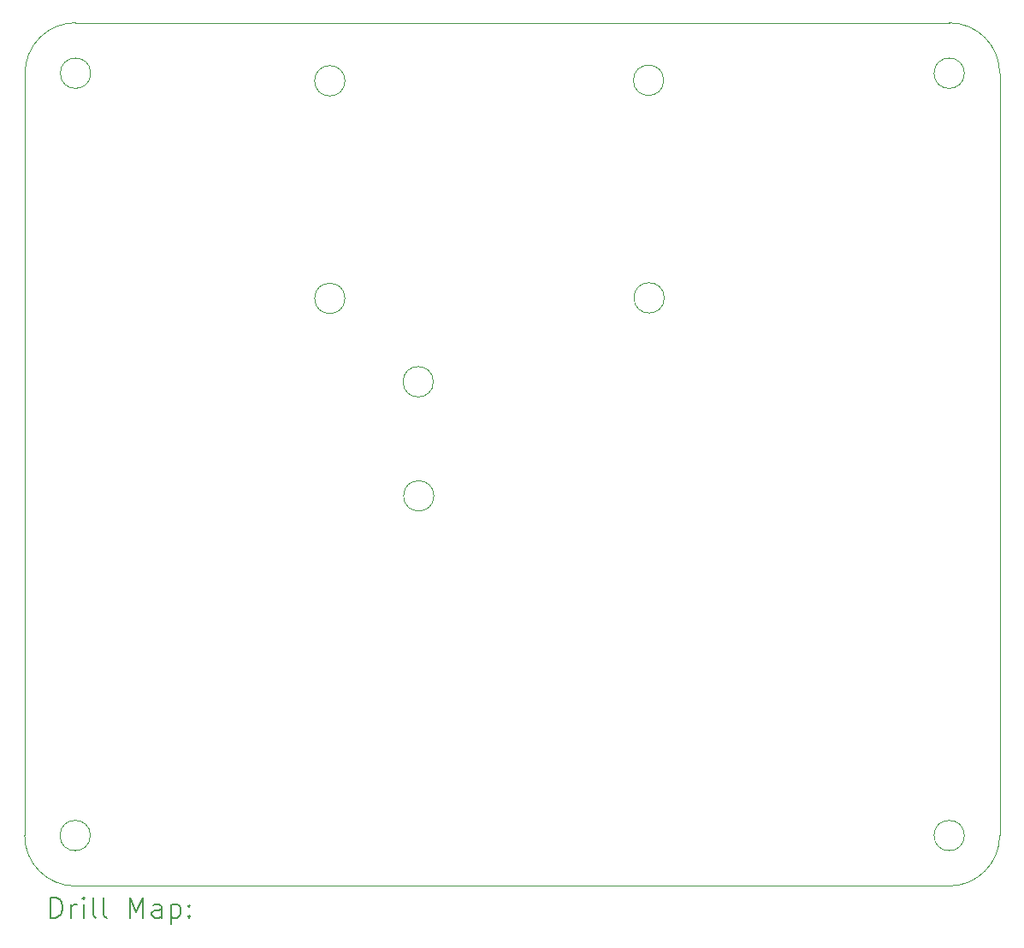
<source format=gbr>
%TF.GenerationSoftware,KiCad,Pcbnew,8.0.6*%
%TF.CreationDate,2025-01-28T17:51:26-05:00*%
%TF.ProjectId,SAS-PCB,5341532d-5043-4422-9e6b-696361645f70,rev?*%
%TF.SameCoordinates,Original*%
%TF.FileFunction,Drillmap*%
%TF.FilePolarity,Positive*%
%FSLAX45Y45*%
G04 Gerber Fmt 4.5, Leading zero omitted, Abs format (unit mm)*
G04 Created by KiCad (PCBNEW 8.0.6) date 2025-01-28 17:51:26*
%MOMM*%
%LPD*%
G01*
G04 APERTURE LIST*
%ADD10C,0.050000*%
%ADD11C,0.100000*%
%ADD12C,0.200000*%
G04 APERTURE END LIST*
D10*
X11900000Y-11800000D02*
G75*
G02*
X11400000Y-11300000I0J500000D01*
G01*
X12050000Y-11300000D02*
G75*
G02*
X11750000Y-11300000I-150000J0D01*
G01*
X11750000Y-11300000D02*
G75*
G02*
X12050000Y-11300000I150000J0D01*
G01*
X20700000Y-11300000D02*
G75*
G02*
X20400000Y-11300000I-150000J0D01*
G01*
X20400000Y-11300000D02*
G75*
G02*
X20700000Y-11300000I150000J0D01*
G01*
X21050000Y-11300000D02*
G75*
G02*
X20550000Y-11800000I-500000J0D01*
G01*
X20550000Y-11800000D02*
X11900000Y-11800000D01*
X12053553Y-3750000D02*
G75*
G02*
X11753553Y-3750000I-150000J0D01*
G01*
X11753553Y-3750000D02*
G75*
G02*
X12053553Y-3750000I150000J0D01*
G01*
X11400000Y-11300000D02*
X11403553Y-3750000D01*
X11403553Y-3750000D02*
G75*
G02*
X11903553Y-3250003I499997J0D01*
G01*
X11903553Y-3250000D02*
X20550000Y-3250000D01*
X21050000Y-3750000D02*
X21050000Y-11300000D01*
X20700000Y-3750000D02*
G75*
G02*
X20400000Y-3750000I-150000J0D01*
G01*
X20400000Y-3750000D02*
G75*
G02*
X20700000Y-3750000I150000J0D01*
G01*
X20550000Y-3250000D02*
G75*
G02*
X21050000Y-3750000I0J-500000D01*
G01*
X14570000Y-3825000D02*
G75*
G02*
X14270000Y-3825000I-150000J0D01*
G01*
X14270000Y-3825000D02*
G75*
G02*
X14570000Y-3825000I150000J0D01*
G01*
X14570000Y-5980000D02*
G75*
G02*
X14270000Y-5980000I-150000J0D01*
G01*
X14270000Y-5980000D02*
G75*
G02*
X14570000Y-5980000I150000J0D01*
G01*
X17725000Y-3820000D02*
G75*
G02*
X17425000Y-3820000I-150000J0D01*
G01*
X17425000Y-3820000D02*
G75*
G02*
X17725000Y-3820000I150000J0D01*
G01*
X17730000Y-5975000D02*
G75*
G02*
X17430000Y-5975000I-150000J0D01*
G01*
X17430000Y-5975000D02*
G75*
G02*
X17730000Y-5975000I150000J0D01*
G01*
D11*
X15445000Y-6806000D02*
G75*
G02*
X15145000Y-6806000I-150000J0D01*
G01*
X15145000Y-6806000D02*
G75*
G02*
X15445000Y-6806000I150000J0D01*
G01*
X15450000Y-7936000D02*
G75*
G02*
X15150000Y-7936000I-150000J0D01*
G01*
X15150000Y-7936000D02*
G75*
G02*
X15450000Y-7936000I150000J0D01*
G01*
D12*
X11658277Y-12113984D02*
X11658277Y-11913984D01*
X11658277Y-11913984D02*
X11705896Y-11913984D01*
X11705896Y-11913984D02*
X11734467Y-11923508D01*
X11734467Y-11923508D02*
X11753515Y-11942555D01*
X11753515Y-11942555D02*
X11763039Y-11961603D01*
X11763039Y-11961603D02*
X11772562Y-11999698D01*
X11772562Y-11999698D02*
X11772562Y-12028269D01*
X11772562Y-12028269D02*
X11763039Y-12066365D01*
X11763039Y-12066365D02*
X11753515Y-12085412D01*
X11753515Y-12085412D02*
X11734467Y-12104460D01*
X11734467Y-12104460D02*
X11705896Y-12113984D01*
X11705896Y-12113984D02*
X11658277Y-12113984D01*
X11858277Y-12113984D02*
X11858277Y-11980650D01*
X11858277Y-12018746D02*
X11867801Y-11999698D01*
X11867801Y-11999698D02*
X11877324Y-11990174D01*
X11877324Y-11990174D02*
X11896372Y-11980650D01*
X11896372Y-11980650D02*
X11915420Y-11980650D01*
X11982086Y-12113984D02*
X11982086Y-11980650D01*
X11982086Y-11913984D02*
X11972562Y-11923508D01*
X11972562Y-11923508D02*
X11982086Y-11933031D01*
X11982086Y-11933031D02*
X11991610Y-11923508D01*
X11991610Y-11923508D02*
X11982086Y-11913984D01*
X11982086Y-11913984D02*
X11982086Y-11933031D01*
X12105896Y-12113984D02*
X12086848Y-12104460D01*
X12086848Y-12104460D02*
X12077324Y-12085412D01*
X12077324Y-12085412D02*
X12077324Y-11913984D01*
X12210658Y-12113984D02*
X12191610Y-12104460D01*
X12191610Y-12104460D02*
X12182086Y-12085412D01*
X12182086Y-12085412D02*
X12182086Y-11913984D01*
X12439229Y-12113984D02*
X12439229Y-11913984D01*
X12439229Y-11913984D02*
X12505896Y-12056841D01*
X12505896Y-12056841D02*
X12572562Y-11913984D01*
X12572562Y-11913984D02*
X12572562Y-12113984D01*
X12753515Y-12113984D02*
X12753515Y-12009222D01*
X12753515Y-12009222D02*
X12743991Y-11990174D01*
X12743991Y-11990174D02*
X12724943Y-11980650D01*
X12724943Y-11980650D02*
X12686848Y-11980650D01*
X12686848Y-11980650D02*
X12667801Y-11990174D01*
X12753515Y-12104460D02*
X12734467Y-12113984D01*
X12734467Y-12113984D02*
X12686848Y-12113984D01*
X12686848Y-12113984D02*
X12667801Y-12104460D01*
X12667801Y-12104460D02*
X12658277Y-12085412D01*
X12658277Y-12085412D02*
X12658277Y-12066365D01*
X12658277Y-12066365D02*
X12667801Y-12047317D01*
X12667801Y-12047317D02*
X12686848Y-12037793D01*
X12686848Y-12037793D02*
X12734467Y-12037793D01*
X12734467Y-12037793D02*
X12753515Y-12028269D01*
X12848753Y-11980650D02*
X12848753Y-12180650D01*
X12848753Y-11990174D02*
X12867801Y-11980650D01*
X12867801Y-11980650D02*
X12905896Y-11980650D01*
X12905896Y-11980650D02*
X12924943Y-11990174D01*
X12924943Y-11990174D02*
X12934467Y-11999698D01*
X12934467Y-11999698D02*
X12943991Y-12018746D01*
X12943991Y-12018746D02*
X12943991Y-12075888D01*
X12943991Y-12075888D02*
X12934467Y-12094936D01*
X12934467Y-12094936D02*
X12924943Y-12104460D01*
X12924943Y-12104460D02*
X12905896Y-12113984D01*
X12905896Y-12113984D02*
X12867801Y-12113984D01*
X12867801Y-12113984D02*
X12848753Y-12104460D01*
X13029705Y-12094936D02*
X13039229Y-12104460D01*
X13039229Y-12104460D02*
X13029705Y-12113984D01*
X13029705Y-12113984D02*
X13020182Y-12104460D01*
X13020182Y-12104460D02*
X13029705Y-12094936D01*
X13029705Y-12094936D02*
X13029705Y-12113984D01*
X13029705Y-11990174D02*
X13039229Y-11999698D01*
X13039229Y-11999698D02*
X13029705Y-12009222D01*
X13029705Y-12009222D02*
X13020182Y-11999698D01*
X13020182Y-11999698D02*
X13029705Y-11990174D01*
X13029705Y-11990174D02*
X13029705Y-12009222D01*
M02*

</source>
